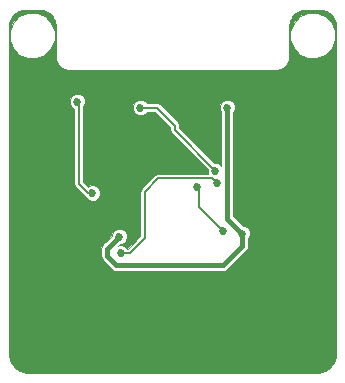
<source format=gtl>
%TF.GenerationSoftware,KiCad,Pcbnew,4.0.7*%
%TF.CreationDate,2018-07-15T21:30:02+02:00*%
%TF.ProjectId,OLEDModule,4F4C45444D6F64756C652E6B69636164,rev?*%
%TF.FileFunction,Copper,L1,Top,Signal*%
%FSLAX46Y46*%
G04 Gerber Fmt 4.6, Leading zero omitted, Abs format (unit mm)*
G04 Created by KiCad (PCBNEW 4.0.7) date 07/15/18 21:30:02*
%MOMM*%
%LPD*%
G01*
G04 APERTURE LIST*
%ADD10C,0.100000*%
%ADD11C,0.685800*%
%ADD12C,0.152400*%
%ADD13C,0.400000*%
G04 APERTURE END LIST*
D10*
D11*
X4191000Y-5080000D03*
X7493000Y-5080000D03*
X9525000Y-16002000D03*
X19939000Y-15748000D03*
X18669000Y-5080000D03*
X5969000Y-4572000D03*
X7239000Y-12319000D03*
X16129000Y-11811000D03*
X18288000Y-15494000D03*
X11303000Y-5080000D03*
X17653000Y-10414000D03*
X17780000Y-11430000D03*
X9652000Y-17399000D03*
D12*
X4191000Y-4953000D02*
X4191000Y-5080000D01*
X5334000Y-3810000D02*
X4191000Y-4953000D01*
X6223000Y-3810000D02*
X5334000Y-3810000D01*
X6350000Y-3937000D02*
X6223000Y-3810000D01*
X7493000Y-5080000D02*
X6350000Y-3937000D01*
D13*
X19939000Y-16764000D02*
X19939000Y-15748000D01*
X18288000Y-18415000D02*
X19939000Y-16764000D01*
X9271000Y-18415000D02*
X18288000Y-18415000D01*
X8509000Y-17653000D02*
X9271000Y-18415000D01*
X8509000Y-17018000D02*
X8509000Y-17653000D01*
X9525000Y-16002000D02*
X8509000Y-17018000D01*
X19939000Y-15748000D02*
X18669000Y-14478000D01*
X18669000Y-14478000D02*
X18669000Y-5080000D01*
D12*
X6096000Y-4699000D02*
X5969000Y-4572000D01*
X6096000Y-11557000D02*
X6096000Y-4699000D01*
X6858000Y-12319000D02*
X6096000Y-11557000D01*
X7239000Y-12319000D02*
X6858000Y-12319000D01*
X16256000Y-11938000D02*
X16129000Y-11811000D01*
X16256000Y-13462000D02*
X16256000Y-11938000D01*
X18288000Y-15494000D02*
X16256000Y-13462000D01*
X12700000Y-5080000D02*
X11303000Y-5080000D01*
X14224000Y-6604000D02*
X12700000Y-5080000D01*
X14224000Y-6985000D02*
X14224000Y-6604000D01*
X17653000Y-10414000D02*
X14224000Y-6985000D01*
X17780000Y-11430000D02*
X17399000Y-11049000D01*
X17399000Y-11049000D02*
X12827000Y-11049000D01*
X12827000Y-11049000D02*
X11684000Y-12192000D01*
X11684000Y-12192000D02*
X11684000Y-16129000D01*
X11684000Y-16129000D02*
X10414000Y-17399000D01*
X10414000Y-17399000D02*
X9652000Y-17399000D01*
D10*
G36*
X2534876Y3216463D02*
X2616365Y3215684D01*
X2707731Y3212731D01*
X2807278Y3206200D01*
X2912673Y3194769D01*
X3021503Y3177200D01*
X3131214Y3152406D01*
X3239286Y3119478D01*
X3344050Y3077421D01*
X3446089Y3024726D01*
X3545965Y2961064D01*
X3642256Y2887373D01*
X3733258Y2804960D01*
X3817337Y2715307D01*
X3893001Y2620004D01*
X3958903Y2520741D01*
X4013959Y2419135D01*
X4058176Y2315052D01*
X4092948Y2207608D01*
X4119401Y2098053D01*
X4138423Y1988825D01*
X4151065Y1882477D01*
X4158529Y1781505D01*
X4162130Y1688207D01*
X4163253Y1604466D01*
X4163334Y1532582D01*
X4163334Y-659488D01*
X4163335Y-659493D01*
X4163334Y-659498D01*
X4163335Y-690441D01*
X4163504Y-691289D01*
X4163340Y-692138D01*
X4163557Y-730269D01*
X4164156Y-733194D01*
X4163648Y-736135D01*
X4164776Y-780797D01*
X4165802Y-785351D01*
X4165148Y-789976D01*
X4167949Y-840055D01*
X4169474Y-845973D01*
X4168862Y-852051D01*
X4174097Y-906427D01*
X4176267Y-913638D01*
X4175884Y-921163D01*
X4184316Y-978720D01*
X4187346Y-987236D01*
X4187423Y-996275D01*
X4199813Y-1055896D01*
X4203991Y-1065744D01*
X4204835Y-1076409D01*
X4221944Y-1136976D01*
X4227643Y-1148150D01*
X4229661Y-1160527D01*
X4252252Y-1220922D01*
X4259745Y-1233027D01*
X4263343Y-1246801D01*
X4292052Y-1305957D01*
X4300512Y-1317127D01*
X4305289Y-1330302D01*
X4339899Y-1387490D01*
X4348793Y-1397219D01*
X4354343Y-1409171D01*
X4394269Y-1463806D01*
X4403578Y-1472363D01*
X4409838Y-1483346D01*
X4454499Y-1534846D01*
X4464293Y-1542448D01*
X4471291Y-1552683D01*
X4520104Y-1600463D01*
X4530515Y-1607260D01*
X4538352Y-1616918D01*
X4590731Y-1660394D01*
X4601946Y-1666469D01*
X4610786Y-1675664D01*
X4666147Y-1714253D01*
X4678396Y-1719612D01*
X4688476Y-1728398D01*
X4746237Y-1761516D01*
X4759733Y-1766052D01*
X4771292Y-1774358D01*
X4830860Y-1801442D01*
X4844404Y-1804619D01*
X4856393Y-1811665D01*
X4916941Y-1832744D01*
X4928866Y-1834408D01*
X4939698Y-1839668D01*
X5000125Y-1855465D01*
X5010351Y-1856073D01*
X5019848Y-1859917D01*
X5079035Y-1871195D01*
X5087665Y-1871125D01*
X5095835Y-1873905D01*
X5152666Y-1881425D01*
X5159806Y-1880962D01*
X5166675Y-1882944D01*
X5220031Y-1887468D01*
X5225740Y-1886827D01*
X5231317Y-1888211D01*
X5280083Y-1890499D01*
X5284299Y-1889864D01*
X5288465Y-1890775D01*
X5331523Y-1891590D01*
X5333935Y-1891158D01*
X5336339Y-1891643D01*
X5372572Y-1891747D01*
X5373003Y-1891663D01*
X5373433Y-1891748D01*
X22702024Y-1891748D01*
X22702454Y-1891663D01*
X22702885Y-1891747D01*
X22739117Y-1891643D01*
X22741522Y-1891157D01*
X22743934Y-1891590D01*
X22786991Y-1890775D01*
X22791157Y-1889864D01*
X22795373Y-1890499D01*
X22844139Y-1888211D01*
X22849715Y-1886827D01*
X22855424Y-1887468D01*
X22908781Y-1882944D01*
X22915650Y-1880962D01*
X22922790Y-1881425D01*
X22979620Y-1873905D01*
X22987791Y-1871125D01*
X22996420Y-1871195D01*
X23055608Y-1859917D01*
X23065105Y-1856073D01*
X23075332Y-1855465D01*
X23135759Y-1839668D01*
X23146590Y-1834408D01*
X23158517Y-1832744D01*
X23219065Y-1811665D01*
X23231056Y-1804617D01*
X23244594Y-1801442D01*
X23304164Y-1774359D01*
X23315726Y-1766051D01*
X23329222Y-1761515D01*
X23386982Y-1728397D01*
X23397060Y-1719612D01*
X23409307Y-1714254D01*
X23464669Y-1675665D01*
X23473511Y-1666469D01*
X23484728Y-1660392D01*
X23537106Y-1616916D01*
X23544940Y-1607261D01*
X23555353Y-1600463D01*
X23604165Y-1552683D01*
X23611163Y-1542448D01*
X23620957Y-1534846D01*
X23665619Y-1483346D01*
X23671880Y-1472362D01*
X23681184Y-1463809D01*
X23721112Y-1409174D01*
X23726664Y-1397219D01*
X23735558Y-1387490D01*
X23770167Y-1330303D01*
X23774945Y-1317129D01*
X23783405Y-1305957D01*
X23812114Y-1246801D01*
X23815712Y-1233027D01*
X23823207Y-1220918D01*
X23845797Y-1160522D01*
X23847814Y-1148147D01*
X23853512Y-1136976D01*
X23870620Y-1076409D01*
X23871464Y-1065747D01*
X23875643Y-1055896D01*
X23888033Y-996274D01*
X23888110Y-987236D01*
X23891140Y-978720D01*
X23899572Y-921164D01*
X23899189Y-913643D01*
X23901359Y-906433D01*
X23906595Y-852056D01*
X23905983Y-845974D01*
X23907508Y-840055D01*
X23910309Y-789977D01*
X23909655Y-785351D01*
X23910681Y-780797D01*
X23911809Y-736136D01*
X23911300Y-733190D01*
X23911900Y-730260D01*
X23912116Y-692130D01*
X23911953Y-691286D01*
X23912121Y-690441D01*
X23912122Y-659498D01*
X23912121Y-659493D01*
X23912122Y-659488D01*
X23912122Y638932D01*
X24003670Y638932D01*
X24292926Y-61121D01*
X24828062Y-597192D01*
X25527609Y-887669D01*
X26285068Y-888330D01*
X26985121Y-599074D01*
X27521192Y-63938D01*
X27811669Y635609D01*
X27812330Y1393068D01*
X27523074Y2093121D01*
X26987938Y2629192D01*
X26288391Y2919669D01*
X25530932Y2920330D01*
X24830879Y2631074D01*
X24294808Y2095938D01*
X24004331Y1396391D01*
X24003670Y638932D01*
X23912122Y638932D01*
X23912122Y1532582D01*
X23912204Y1604469D01*
X23913326Y1688206D01*
X23916928Y1781526D01*
X23924390Y1882458D01*
X23937035Y1988828D01*
X23956056Y2098053D01*
X23982510Y2207611D01*
X24017281Y2315052D01*
X24061498Y2419135D01*
X24116553Y2520739D01*
X24182458Y2620007D01*
X24258119Y2715307D01*
X24342193Y2804955D01*
X24433192Y2887366D01*
X24529493Y2961065D01*
X24629376Y3024730D01*
X24731405Y3077421D01*
X24836170Y3119478D01*
X24944243Y3152406D01*
X25053955Y3177201D01*
X25162778Y3194768D01*
X25268180Y3206201D01*
X25367726Y3212731D01*
X25459091Y3215684D01*
X25540580Y3216463D01*
X25609780Y3216489D01*
X26197559Y3216489D01*
X26266081Y3216470D01*
X26347004Y3215761D01*
X26437928Y3212948D01*
X26537120Y3206626D01*
X26642303Y3195462D01*
X26751007Y3178226D01*
X26860721Y3153813D01*
X26968944Y3121300D01*
X27073876Y3079726D01*
X27176013Y3027578D01*
X27276024Y2964438D01*
X27372535Y2891208D01*
X27463831Y2809195D01*
X27548289Y2719859D01*
X27624400Y2624794D01*
X27690808Y2525688D01*
X27746408Y2424182D01*
X27791133Y2320251D01*
X27826338Y2212957D01*
X27853181Y2103455D01*
X27872545Y1994154D01*
X27885475Y1887592D01*
X27893162Y1786323D01*
X27896921Y1692592D01*
X27898133Y1608346D01*
X27898233Y1535424D01*
X27898233Y-25564719D01*
X27898017Y-25653123D01*
X27896194Y-25755272D01*
X27891051Y-25868771D01*
X27880918Y-25991312D01*
X27864224Y-26119981D01*
X27839492Y-26251952D01*
X27805427Y-26384188D01*
X27760876Y-26513906D01*
X27704249Y-26640030D01*
X27634373Y-26763173D01*
X27551730Y-26882809D01*
X27457726Y-26997003D01*
X27353983Y-27103842D01*
X27242229Y-27201550D01*
X27124323Y-27288472D01*
X27002238Y-27363091D01*
X26877290Y-27424455D01*
X26748897Y-27473124D01*
X26617253Y-27510848D01*
X26484866Y-27538800D01*
X26354646Y-27558235D01*
X26229577Y-27570556D01*
X26112525Y-27577309D01*
X26005997Y-27580135D01*
X25912256Y-27580729D01*
X25831563Y-27580733D01*
X2241068Y-27580733D01*
X2163200Y-27580729D01*
X2069460Y-27580135D01*
X1962932Y-27577309D01*
X1845879Y-27570556D01*
X1720811Y-27558235D01*
X1590590Y-27538800D01*
X1458208Y-27510849D01*
X1326563Y-27473125D01*
X1198168Y-27424456D01*
X1073211Y-27363086D01*
X951140Y-27288476D01*
X833237Y-27201559D01*
X721480Y-27103848D01*
X617730Y-26997002D01*
X523725Y-26882806D01*
X441084Y-26763174D01*
X371206Y-26640026D01*
X314581Y-26513910D01*
X270029Y-26384188D01*
X235965Y-26251952D01*
X211231Y-26119975D01*
X194538Y-25991312D01*
X184405Y-25868772D01*
X179262Y-25755272D01*
X177440Y-25653127D01*
X177223Y-25564713D01*
X177223Y-17018000D01*
X8005000Y-17018000D01*
X8005000Y-17653000D01*
X8043365Y-17845873D01*
X8152618Y-18009382D01*
X8914618Y-18771382D01*
X9078128Y-18880635D01*
X9271000Y-18919000D01*
X18288000Y-18919000D01*
X18480873Y-18880635D01*
X18644382Y-18771382D01*
X20295382Y-17120382D01*
X20404635Y-16956872D01*
X20443001Y-16764000D01*
X20443000Y-16763995D01*
X20443000Y-16158937D01*
X20487096Y-16114918D01*
X20585788Y-15877241D01*
X20586013Y-15619888D01*
X20487735Y-15382039D01*
X20305918Y-15199904D01*
X20068241Y-15101212D01*
X20004921Y-15101157D01*
X19173000Y-14269236D01*
X19173000Y-5490937D01*
X19217096Y-5446918D01*
X19315788Y-5209241D01*
X19316013Y-4951888D01*
X19217735Y-4714039D01*
X19035918Y-4531904D01*
X18798241Y-4433212D01*
X18540888Y-4432987D01*
X18303039Y-4531265D01*
X18120904Y-4713082D01*
X18022212Y-4950759D01*
X18021987Y-5208112D01*
X18120265Y-5445961D01*
X18165000Y-5490774D01*
X18165000Y-10011240D01*
X18019918Y-9865904D01*
X17782241Y-9767212D01*
X17543687Y-9767003D01*
X14604200Y-6827516D01*
X14604200Y-6604000D01*
X14575259Y-6458504D01*
X14492842Y-6335158D01*
X12968842Y-4811158D01*
X12845496Y-4728741D01*
X12700000Y-4699800D01*
X11837521Y-4699800D01*
X11669918Y-4531904D01*
X11432241Y-4433212D01*
X11174888Y-4432987D01*
X10937039Y-4531265D01*
X10754904Y-4713082D01*
X10656212Y-4950759D01*
X10655987Y-5208112D01*
X10754265Y-5445961D01*
X10936082Y-5628096D01*
X11173759Y-5726788D01*
X11431112Y-5727013D01*
X11668961Y-5628735D01*
X11837791Y-5460200D01*
X12542516Y-5460200D01*
X13843800Y-6761484D01*
X13843800Y-6985000D01*
X13872741Y-7130496D01*
X13955158Y-7253842D01*
X17006194Y-10304878D01*
X17005987Y-10542112D01*
X17058334Y-10668800D01*
X12827000Y-10668800D01*
X12681504Y-10697741D01*
X12558158Y-10780158D01*
X11415158Y-11923158D01*
X11332741Y-12046504D01*
X11303800Y-12192000D01*
X11303800Y-15971516D01*
X10256516Y-17018800D01*
X10186521Y-17018800D01*
X10018918Y-16850904D01*
X9781241Y-16752212D01*
X9523888Y-16751987D01*
X9462350Y-16777414D01*
X9590805Y-16648959D01*
X9653112Y-16649013D01*
X9890961Y-16550735D01*
X10073096Y-16368918D01*
X10171788Y-16131241D01*
X10172013Y-15873888D01*
X10073735Y-15636039D01*
X9891918Y-15453904D01*
X9654241Y-15355212D01*
X9396888Y-15354987D01*
X9159039Y-15453265D01*
X8976904Y-15635082D01*
X8878212Y-15872759D01*
X8878157Y-15936079D01*
X8152618Y-16661618D01*
X8043365Y-16825127D01*
X8043365Y-16825128D01*
X8005000Y-17018000D01*
X177223Y-17018000D01*
X177223Y-4700112D01*
X5321987Y-4700112D01*
X5420265Y-4937961D01*
X5602082Y-5120096D01*
X5715800Y-5167316D01*
X5715800Y-11557000D01*
X5744741Y-11702496D01*
X5827158Y-11825842D01*
X6589158Y-12587842D01*
X6673392Y-12644125D01*
X6690265Y-12684961D01*
X6872082Y-12867096D01*
X7109759Y-12965788D01*
X7367112Y-12966013D01*
X7604961Y-12867735D01*
X7787096Y-12685918D01*
X7885788Y-12448241D01*
X7886013Y-12190888D01*
X7787735Y-11953039D01*
X7605918Y-11770904D01*
X7368241Y-11672212D01*
X7110888Y-11671987D01*
X6873039Y-11770265D01*
X6859983Y-11783299D01*
X6476200Y-11399516D01*
X6476200Y-4979743D01*
X6517096Y-4938918D01*
X6615788Y-4701241D01*
X6616013Y-4443888D01*
X6517735Y-4206039D01*
X6335918Y-4023904D01*
X6098241Y-3925212D01*
X5840888Y-3924987D01*
X5603039Y-4023265D01*
X5420904Y-4205082D01*
X5322212Y-4442759D01*
X5321987Y-4700112D01*
X177223Y-4700112D01*
X177223Y638932D01*
X254670Y638932D01*
X543926Y-61121D01*
X1079062Y-597192D01*
X1778609Y-887669D01*
X2536068Y-888330D01*
X3236121Y-599074D01*
X3772192Y-63938D01*
X4062669Y635609D01*
X4063330Y1393068D01*
X3774074Y2093121D01*
X3238938Y2629192D01*
X2539391Y2919669D01*
X1781932Y2920330D01*
X1081879Y2631074D01*
X545808Y2095938D01*
X255331Y1396391D01*
X254670Y638932D01*
X177223Y638932D01*
X177223Y1535424D01*
X177323Y1608321D01*
X178536Y1692581D01*
X182294Y1786303D01*
X189982Y1887589D01*
X202910Y1994125D01*
X222274Y2103429D01*
X249123Y2212958D01*
X284321Y2320233D01*
X329050Y2424172D01*
X384650Y2525679D01*
X451064Y2624792D01*
X527177Y2719859D01*
X611631Y2809190D01*
X702928Y2891204D01*
X799446Y2964438D01*
X899457Y3027579D01*
X1001591Y3079726D01*
X1106516Y3121296D01*
X1214732Y3153809D01*
X1324463Y3178224D01*
X1433177Y3195464D01*
X1538350Y3206626D01*
X1637546Y3212948D01*
X1728470Y3215761D01*
X1809395Y3216470D01*
X1877917Y3216489D01*
X2465676Y3216489D01*
X2534876Y3216463D01*
X2534876Y3216463D01*
G37*
X2534876Y3216463D02*
X2616365Y3215684D01*
X2707731Y3212731D01*
X2807278Y3206200D01*
X2912673Y3194769D01*
X3021503Y3177200D01*
X3131214Y3152406D01*
X3239286Y3119478D01*
X3344050Y3077421D01*
X3446089Y3024726D01*
X3545965Y2961064D01*
X3642256Y2887373D01*
X3733258Y2804960D01*
X3817337Y2715307D01*
X3893001Y2620004D01*
X3958903Y2520741D01*
X4013959Y2419135D01*
X4058176Y2315052D01*
X4092948Y2207608D01*
X4119401Y2098053D01*
X4138423Y1988825D01*
X4151065Y1882477D01*
X4158529Y1781505D01*
X4162130Y1688207D01*
X4163253Y1604466D01*
X4163334Y1532582D01*
X4163334Y-659488D01*
X4163335Y-659493D01*
X4163334Y-659498D01*
X4163335Y-690441D01*
X4163504Y-691289D01*
X4163340Y-692138D01*
X4163557Y-730269D01*
X4164156Y-733194D01*
X4163648Y-736135D01*
X4164776Y-780797D01*
X4165802Y-785351D01*
X4165148Y-789976D01*
X4167949Y-840055D01*
X4169474Y-845973D01*
X4168862Y-852051D01*
X4174097Y-906427D01*
X4176267Y-913638D01*
X4175884Y-921163D01*
X4184316Y-978720D01*
X4187346Y-987236D01*
X4187423Y-996275D01*
X4199813Y-1055896D01*
X4203991Y-1065744D01*
X4204835Y-1076409D01*
X4221944Y-1136976D01*
X4227643Y-1148150D01*
X4229661Y-1160527D01*
X4252252Y-1220922D01*
X4259745Y-1233027D01*
X4263343Y-1246801D01*
X4292052Y-1305957D01*
X4300512Y-1317127D01*
X4305289Y-1330302D01*
X4339899Y-1387490D01*
X4348793Y-1397219D01*
X4354343Y-1409171D01*
X4394269Y-1463806D01*
X4403578Y-1472363D01*
X4409838Y-1483346D01*
X4454499Y-1534846D01*
X4464293Y-1542448D01*
X4471291Y-1552683D01*
X4520104Y-1600463D01*
X4530515Y-1607260D01*
X4538352Y-1616918D01*
X4590731Y-1660394D01*
X4601946Y-1666469D01*
X4610786Y-1675664D01*
X4666147Y-1714253D01*
X4678396Y-1719612D01*
X4688476Y-1728398D01*
X4746237Y-1761516D01*
X4759733Y-1766052D01*
X4771292Y-1774358D01*
X4830860Y-1801442D01*
X4844404Y-1804619D01*
X4856393Y-1811665D01*
X4916941Y-1832744D01*
X4928866Y-1834408D01*
X4939698Y-1839668D01*
X5000125Y-1855465D01*
X5010351Y-1856073D01*
X5019848Y-1859917D01*
X5079035Y-1871195D01*
X5087665Y-1871125D01*
X5095835Y-1873905D01*
X5152666Y-1881425D01*
X5159806Y-1880962D01*
X5166675Y-1882944D01*
X5220031Y-1887468D01*
X5225740Y-1886827D01*
X5231317Y-1888211D01*
X5280083Y-1890499D01*
X5284299Y-1889864D01*
X5288465Y-1890775D01*
X5331523Y-1891590D01*
X5333935Y-1891158D01*
X5336339Y-1891643D01*
X5372572Y-1891747D01*
X5373003Y-1891663D01*
X5373433Y-1891748D01*
X22702024Y-1891748D01*
X22702454Y-1891663D01*
X22702885Y-1891747D01*
X22739117Y-1891643D01*
X22741522Y-1891157D01*
X22743934Y-1891590D01*
X22786991Y-1890775D01*
X22791157Y-1889864D01*
X22795373Y-1890499D01*
X22844139Y-1888211D01*
X22849715Y-1886827D01*
X22855424Y-1887468D01*
X22908781Y-1882944D01*
X22915650Y-1880962D01*
X22922790Y-1881425D01*
X22979620Y-1873905D01*
X22987791Y-1871125D01*
X22996420Y-1871195D01*
X23055608Y-1859917D01*
X23065105Y-1856073D01*
X23075332Y-1855465D01*
X23135759Y-1839668D01*
X23146590Y-1834408D01*
X23158517Y-1832744D01*
X23219065Y-1811665D01*
X23231056Y-1804617D01*
X23244594Y-1801442D01*
X23304164Y-1774359D01*
X23315726Y-1766051D01*
X23329222Y-1761515D01*
X23386982Y-1728397D01*
X23397060Y-1719612D01*
X23409307Y-1714254D01*
X23464669Y-1675665D01*
X23473511Y-1666469D01*
X23484728Y-1660392D01*
X23537106Y-1616916D01*
X23544940Y-1607261D01*
X23555353Y-1600463D01*
X23604165Y-1552683D01*
X23611163Y-1542448D01*
X23620957Y-1534846D01*
X23665619Y-1483346D01*
X23671880Y-1472362D01*
X23681184Y-1463809D01*
X23721112Y-1409174D01*
X23726664Y-1397219D01*
X23735558Y-1387490D01*
X23770167Y-1330303D01*
X23774945Y-1317129D01*
X23783405Y-1305957D01*
X23812114Y-1246801D01*
X23815712Y-1233027D01*
X23823207Y-1220918D01*
X23845797Y-1160522D01*
X23847814Y-1148147D01*
X23853512Y-1136976D01*
X23870620Y-1076409D01*
X23871464Y-1065747D01*
X23875643Y-1055896D01*
X23888033Y-996274D01*
X23888110Y-987236D01*
X23891140Y-978720D01*
X23899572Y-921164D01*
X23899189Y-913643D01*
X23901359Y-906433D01*
X23906595Y-852056D01*
X23905983Y-845974D01*
X23907508Y-840055D01*
X23910309Y-789977D01*
X23909655Y-785351D01*
X23910681Y-780797D01*
X23911809Y-736136D01*
X23911300Y-733190D01*
X23911900Y-730260D01*
X23912116Y-692130D01*
X23911953Y-691286D01*
X23912121Y-690441D01*
X23912122Y-659498D01*
X23912121Y-659493D01*
X23912122Y-659488D01*
X23912122Y638932D01*
X24003670Y638932D01*
X24292926Y-61121D01*
X24828062Y-597192D01*
X25527609Y-887669D01*
X26285068Y-888330D01*
X26985121Y-599074D01*
X27521192Y-63938D01*
X27811669Y635609D01*
X27812330Y1393068D01*
X27523074Y2093121D01*
X26987938Y2629192D01*
X26288391Y2919669D01*
X25530932Y2920330D01*
X24830879Y2631074D01*
X24294808Y2095938D01*
X24004331Y1396391D01*
X24003670Y638932D01*
X23912122Y638932D01*
X23912122Y1532582D01*
X23912204Y1604469D01*
X23913326Y1688206D01*
X23916928Y1781526D01*
X23924390Y1882458D01*
X23937035Y1988828D01*
X23956056Y2098053D01*
X23982510Y2207611D01*
X24017281Y2315052D01*
X24061498Y2419135D01*
X24116553Y2520739D01*
X24182458Y2620007D01*
X24258119Y2715307D01*
X24342193Y2804955D01*
X24433192Y2887366D01*
X24529493Y2961065D01*
X24629376Y3024730D01*
X24731405Y3077421D01*
X24836170Y3119478D01*
X24944243Y3152406D01*
X25053955Y3177201D01*
X25162778Y3194768D01*
X25268180Y3206201D01*
X25367726Y3212731D01*
X25459091Y3215684D01*
X25540580Y3216463D01*
X25609780Y3216489D01*
X26197559Y3216489D01*
X26266081Y3216470D01*
X26347004Y3215761D01*
X26437928Y3212948D01*
X26537120Y3206626D01*
X26642303Y3195462D01*
X26751007Y3178226D01*
X26860721Y3153813D01*
X26968944Y3121300D01*
X27073876Y3079726D01*
X27176013Y3027578D01*
X27276024Y2964438D01*
X27372535Y2891208D01*
X27463831Y2809195D01*
X27548289Y2719859D01*
X27624400Y2624794D01*
X27690808Y2525688D01*
X27746408Y2424182D01*
X27791133Y2320251D01*
X27826338Y2212957D01*
X27853181Y2103455D01*
X27872545Y1994154D01*
X27885475Y1887592D01*
X27893162Y1786323D01*
X27896921Y1692592D01*
X27898133Y1608346D01*
X27898233Y1535424D01*
X27898233Y-25564719D01*
X27898017Y-25653123D01*
X27896194Y-25755272D01*
X27891051Y-25868771D01*
X27880918Y-25991312D01*
X27864224Y-26119981D01*
X27839492Y-26251952D01*
X27805427Y-26384188D01*
X27760876Y-26513906D01*
X27704249Y-26640030D01*
X27634373Y-26763173D01*
X27551730Y-26882809D01*
X27457726Y-26997003D01*
X27353983Y-27103842D01*
X27242229Y-27201550D01*
X27124323Y-27288472D01*
X27002238Y-27363091D01*
X26877290Y-27424455D01*
X26748897Y-27473124D01*
X26617253Y-27510848D01*
X26484866Y-27538800D01*
X26354646Y-27558235D01*
X26229577Y-27570556D01*
X26112525Y-27577309D01*
X26005997Y-27580135D01*
X25912256Y-27580729D01*
X25831563Y-27580733D01*
X2241068Y-27580733D01*
X2163200Y-27580729D01*
X2069460Y-27580135D01*
X1962932Y-27577309D01*
X1845879Y-27570556D01*
X1720811Y-27558235D01*
X1590590Y-27538800D01*
X1458208Y-27510849D01*
X1326563Y-27473125D01*
X1198168Y-27424456D01*
X1073211Y-27363086D01*
X951140Y-27288476D01*
X833237Y-27201559D01*
X721480Y-27103848D01*
X617730Y-26997002D01*
X523725Y-26882806D01*
X441084Y-26763174D01*
X371206Y-26640026D01*
X314581Y-26513910D01*
X270029Y-26384188D01*
X235965Y-26251952D01*
X211231Y-26119975D01*
X194538Y-25991312D01*
X184405Y-25868772D01*
X179262Y-25755272D01*
X177440Y-25653127D01*
X177223Y-25564713D01*
X177223Y-17018000D01*
X8005000Y-17018000D01*
X8005000Y-17653000D01*
X8043365Y-17845873D01*
X8152618Y-18009382D01*
X8914618Y-18771382D01*
X9078128Y-18880635D01*
X9271000Y-18919000D01*
X18288000Y-18919000D01*
X18480873Y-18880635D01*
X18644382Y-18771382D01*
X20295382Y-17120382D01*
X20404635Y-16956872D01*
X20443001Y-16764000D01*
X20443000Y-16763995D01*
X20443000Y-16158937D01*
X20487096Y-16114918D01*
X20585788Y-15877241D01*
X20586013Y-15619888D01*
X20487735Y-15382039D01*
X20305918Y-15199904D01*
X20068241Y-15101212D01*
X20004921Y-15101157D01*
X19173000Y-14269236D01*
X19173000Y-5490937D01*
X19217096Y-5446918D01*
X19315788Y-5209241D01*
X19316013Y-4951888D01*
X19217735Y-4714039D01*
X19035918Y-4531904D01*
X18798241Y-4433212D01*
X18540888Y-4432987D01*
X18303039Y-4531265D01*
X18120904Y-4713082D01*
X18022212Y-4950759D01*
X18021987Y-5208112D01*
X18120265Y-5445961D01*
X18165000Y-5490774D01*
X18165000Y-10011240D01*
X18019918Y-9865904D01*
X17782241Y-9767212D01*
X17543687Y-9767003D01*
X14604200Y-6827516D01*
X14604200Y-6604000D01*
X14575259Y-6458504D01*
X14492842Y-6335158D01*
X12968842Y-4811158D01*
X12845496Y-4728741D01*
X12700000Y-4699800D01*
X11837521Y-4699800D01*
X11669918Y-4531904D01*
X11432241Y-4433212D01*
X11174888Y-4432987D01*
X10937039Y-4531265D01*
X10754904Y-4713082D01*
X10656212Y-4950759D01*
X10655987Y-5208112D01*
X10754265Y-5445961D01*
X10936082Y-5628096D01*
X11173759Y-5726788D01*
X11431112Y-5727013D01*
X11668961Y-5628735D01*
X11837791Y-5460200D01*
X12542516Y-5460200D01*
X13843800Y-6761484D01*
X13843800Y-6985000D01*
X13872741Y-7130496D01*
X13955158Y-7253842D01*
X17006194Y-10304878D01*
X17005987Y-10542112D01*
X17058334Y-10668800D01*
X12827000Y-10668800D01*
X12681504Y-10697741D01*
X12558158Y-10780158D01*
X11415158Y-11923158D01*
X11332741Y-12046504D01*
X11303800Y-12192000D01*
X11303800Y-15971516D01*
X10256516Y-17018800D01*
X10186521Y-17018800D01*
X10018918Y-16850904D01*
X9781241Y-16752212D01*
X9523888Y-16751987D01*
X9462350Y-16777414D01*
X9590805Y-16648959D01*
X9653112Y-16649013D01*
X9890961Y-16550735D01*
X10073096Y-16368918D01*
X10171788Y-16131241D01*
X10172013Y-15873888D01*
X10073735Y-15636039D01*
X9891918Y-15453904D01*
X9654241Y-15355212D01*
X9396888Y-15354987D01*
X9159039Y-15453265D01*
X8976904Y-15635082D01*
X8878212Y-15872759D01*
X8878157Y-15936079D01*
X8152618Y-16661618D01*
X8043365Y-16825127D01*
X8043365Y-16825128D01*
X8005000Y-17018000D01*
X177223Y-17018000D01*
X177223Y-4700112D01*
X5321987Y-4700112D01*
X5420265Y-4937961D01*
X5602082Y-5120096D01*
X5715800Y-5167316D01*
X5715800Y-11557000D01*
X5744741Y-11702496D01*
X5827158Y-11825842D01*
X6589158Y-12587842D01*
X6673392Y-12644125D01*
X6690265Y-12684961D01*
X6872082Y-12867096D01*
X7109759Y-12965788D01*
X7367112Y-12966013D01*
X7604961Y-12867735D01*
X7787096Y-12685918D01*
X7885788Y-12448241D01*
X7886013Y-12190888D01*
X7787735Y-11953039D01*
X7605918Y-11770904D01*
X7368241Y-11672212D01*
X7110888Y-11671987D01*
X6873039Y-11770265D01*
X6859983Y-11783299D01*
X6476200Y-11399516D01*
X6476200Y-4979743D01*
X6517096Y-4938918D01*
X6615788Y-4701241D01*
X6616013Y-4443888D01*
X6517735Y-4206039D01*
X6335918Y-4023904D01*
X6098241Y-3925212D01*
X5840888Y-3924987D01*
X5603039Y-4023265D01*
X5420904Y-4205082D01*
X5322212Y-4442759D01*
X5321987Y-4700112D01*
X177223Y-4700112D01*
X177223Y638932D01*
X254670Y638932D01*
X543926Y-61121D01*
X1079062Y-597192D01*
X1778609Y-887669D01*
X2536068Y-888330D01*
X3236121Y-599074D01*
X3772192Y-63938D01*
X4062669Y635609D01*
X4063330Y1393068D01*
X3774074Y2093121D01*
X3238938Y2629192D01*
X2539391Y2919669D01*
X1781932Y2920330D01*
X1081879Y2631074D01*
X545808Y2095938D01*
X255331Y1396391D01*
X254670Y638932D01*
X177223Y638932D01*
X177223Y1535424D01*
X177323Y1608321D01*
X178536Y1692581D01*
X182294Y1786303D01*
X189982Y1887589D01*
X202910Y1994125D01*
X222274Y2103429D01*
X249123Y2212958D01*
X284321Y2320233D01*
X329050Y2424172D01*
X384650Y2525679D01*
X451064Y2624792D01*
X527177Y2719859D01*
X611631Y2809190D01*
X702928Y2891204D01*
X799446Y2964438D01*
X899457Y3027579D01*
X1001591Y3079726D01*
X1106516Y3121296D01*
X1214732Y3153809D01*
X1324463Y3178224D01*
X1433177Y3195464D01*
X1538350Y3206626D01*
X1637546Y3212948D01*
X1728470Y3215761D01*
X1809395Y3216470D01*
X1877917Y3216489D01*
X2465676Y3216489D01*
X2534876Y3216463D01*
M02*

</source>
